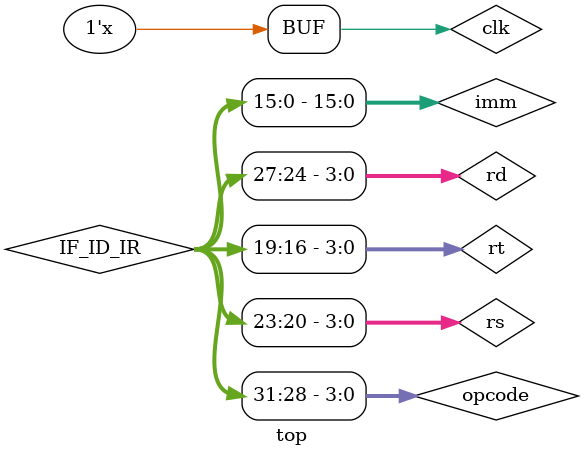
<source format=v>
`timescale 1ns / 1ps


module top( 
); 
    reg [4:0]PC; 
    reg clk; 
    reg rest;
    initial begin 
        clk = 0; 
        PC=0; 
    end 
    always begin 
        #5 clk = ~clk; 
    end 
 
// IF_ID reg
reg [31:0] IF_ID_IR; 
reg [4:0] IF_ID_NPC; 
 

//ID_EX reg
reg [4:0] ID_EX_NPC;
reg [31:0] ID_EX_A,ID_EX_B, ID_EX_IR;
reg [31:0] ID_EX_IMM;
reg [3:0] ID_EX_RD, ID_EX_RS, ID_EX_RT;
reg [2:0] ID_EX_ALUctrl; 
reg ID_EX_RegWrite;
reg ID_EX_MemtoReg;
reg ID_EX_MemRead, ID_EX_MemWrite;
reg ID_EX_ALUsrc;

// EX_MEM reg
reg [31:0] EX_MEM_IR, EX_MEM_ALUout, EX_MEM_B; 
reg [3:0] EX_MEM_RD;
reg EX_MEM_MemtoReg;  
reg EX_MEM_RegWrite;
reg EX_MEM_MemRead, EX_MEM_MemWrite;  
 
//MEM_WB reg
reg [3:0] MEM_WB_RD;
reg [31:0] MEM_WB_ALUout;
reg [31:0] MEM_WB_IR;
reg [31:0] MEM_WB_DATA;
reg MEM_WB_RegWrite;
reg MEM_WB_MemtoReg; 
 
//wires 
wire [31:0] instr, nxt_instr, rd1,rd2, extnd_imm; 
wire [4:0] NPC;
wire [31:0] reg_wd, data_rd;
wire [15:0] imm;
wire [3:0] opcode;
wire [3:0] rs,rt,rd, dst;
wire [31:0] mux1_out; 
wire [31:0] ALUout; 
wire zero, EnRW, ALUsrc, MReg, MR; 
wire [2:0]ALUctrl;
wire [1:0] FA,FB; 
wire [31:0] forwardA_mux_out, forwardB_mux_out;
wire PCWrite, IFIDWrite, ST;

//IF blocks_______________________________________________________________
PC_adder nextpc(.pc_in(PC), .npc(NPC)); 

imem instr_mem( .addr(PC), .instr(instr), .EnIM(PCWrite));

imem next_instr( .addr(NPC), .instr(nxt_instr));  

//ID blocks_______________________________________________________________
sgn_extnd sgn_extnd(.imm(imm), .extnd_imm(extnd_imm));
 
regfile reg_file(.clk(clk),.rn1(rs), .rn2(rt), .wn(MEM_WB_RD),  
    .wd(reg_wd), .EnRW(MEM_WB_RegWrite), .rd1(rd1), .rd2(rd2));  

ctrlunit ctrl_call(.opcode(opcode), .ALUctrl(ALUctrl), 
     .EnRW(EnRW), .ALUsrc(ALUsrc),
     .MReg(MReg), .MR(MR), .MW(MW));

//EX blocks_______________________________________________________________
MUX_alusrc m1(.ALUsrc(ID_EX_ALUsrc), .b(forwardB_mux_out), .extnd_imm(ID_EX_IMM), .in2(mux1_out));

assign forwardA_mux_out = 
    (FA == 2'b10) ? EX_MEM_ALUout : 
    (FA == 2'b01) ? reg_wd :  
    ID_EX_A;
    
assign forwardB_mux_out = 
    (FB == 2'b10) ? EX_MEM_ALUout : 
    (FB == 2'b01) ? reg_wd :
    ID_EX_B;
    
alu alu_call(.in1(forwardA_mux_out), .in2(mux1_out),  
    .ALUctrl(ID_EX_ALUctrl), .result(ALUout), .zero(zero) ); 
  
 
//MEM blocks_______________________________________________________________   
data_mem data_mem( .memread(EX_MEM_MemRead), .memwrite(EX_MEM_MemWrite),
        .addr(EX_MEM_ALUout), .wd(EX_MEM_B), .rd(data_rd), .clk(clk));

//WB blocks_______________________________________________________________
MUX_wb m3(.MemtoReg(MEM_WB_MemtoReg), .data_out(MEM_WB_DATA), .ALUout(MEM_WB_ALUout), .reg_wd(reg_wd));

//hazard detection_______________________________________________________________
hazard_detection hdu( .ID_EX_MemRead(ID_EX_MemRead), .ID_EX_RD(ID_EX_RD), .IF_ID_RS(rs),
    .IF_ID_RT(rt), .PCWrite(PCWrite), .IFIDWrite(IFIDWrite), .ST(ST) );

data_forwarding forwarding(.EX_MEM_RegWrite(EX_MEM_RegWrite), .MEM_WB_RegWrite(MEM_WB_RegWrite),
    .EX_MEM_RD(EX_MEM_RD), .EX_MEM_MemRead(EX_MEM_MemRead), .MEM_WB_RD(MEM_WB_RD), 
    .ID_EX_RS(ID_EX_RS), .ID_EX_RT(ID_EX_RT),
    .FA(FA), .FB(FB) );

//stages
always@(posedge clk) begin //IF 
    if(PCWrite) begin
        IF_ID_IR<= instr;
        IF_ID_NPC<= NPC; 
        PC<= NPC; 
        end
    end 

//Instruction Decoding Logic
assign opcode= IF_ID_IR[31:28]; 
assign rd= IF_ID_IR[27:24]; 
assign rs= IF_ID_IR[23:20]; 
assign rt= IF_ID_IR[19:16]; 
assign imm = IF_ID_IR[15:0];
 
always@(posedge clk) begin //ID    
    ID_EX_RS<= rs;
    ID_EX_RT<= rt;
    ID_EX_A<=rd1; //read data1
    ID_EX_B<=rd2; //read data2
    ID_EX_IMM<= extnd_imm;
    ID_EX_IR<= IF_ID_IR;
    ID_EX_NPC<= IF_ID_NPC; 
    ID_EX_RD<= rd; //dest. addr.
    
    if (ST) begin
        ID_EX_RegWrite<= 1'b0;
        ID_EX_MemWrite<= 1'b0;
        ID_EX_MemRead<= 1'b0;  
        ID_EX_ALUsrc<= 1'b0;
        ID_EX_ALUctrl <= 3'b000;  
        ID_EX_MemtoReg <= 1'b0;
        end
    else begin
        ID_EX_RegWrite<= EnRW;
        ID_EX_MemWrite<= MW;
        ID_EX_MemRead<= MR;  
        ID_EX_ALUsrc<= ALUsrc;
        ID_EX_MemtoReg<= MReg;
        ID_EX_ALUctrl<= ALUctrl;
        end 
    end
 
always@(posedge clk) begin //EX 
    EX_MEM_ALUout<=ALUout;
    EX_MEM_B<= ID_EX_B;
    EX_MEM_IR<= ID_EX_IR;
    EX_MEM_RD<= ID_EX_RD; 
    
    EX_MEM_RegWrite <= ID_EX_RegWrite;
    EX_MEM_MemtoReg<= ID_EX_MemtoReg;
    EX_MEM_MemRead<= ID_EX_MemRead;
    EX_MEM_MemWrite<= ID_EX_MemWrite;
    end 
    
always@(posedge clk) begin //MEM 
    MEM_WB_RD<= EX_MEM_RD;
    MEM_WB_ALUout<= EX_MEM_ALUout;
    MEM_WB_DATA<= data_rd;
    
    MEM_WB_RegWrite<= EX_MEM_RegWrite;
    MEM_WB_MemtoReg<= EX_MEM_MemtoReg;
    end 
   
endmodule

</source>
